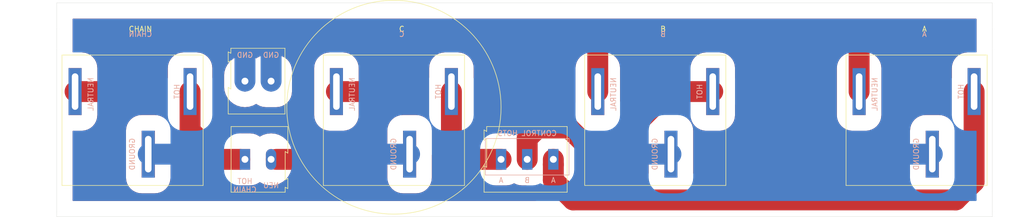
<source format=kicad_pcb>
(kicad_pcb (version 20171130) (host pcbnew 5.1.4)

  (general
    (thickness 1.6)
    (drawings 27)
    (tracks 30)
    (zones 0)
    (modules 7)
    (nets 1)
  )

  (page A4)
  (layers
    (0 F.Cu signal)
    (31 B.Cu signal)
    (32 B.Adhes user)
    (33 F.Adhes user)
    (34 B.Paste user)
    (35 F.Paste user)
    (36 B.SilkS user)
    (37 F.SilkS user)
    (38 B.Mask user)
    (39 F.Mask user)
    (40 Dwgs.User user)
    (41 Cmts.User user)
    (42 Eco1.User user)
    (43 Eco2.User user)
    (44 Edge.Cuts user)
    (45 Margin user)
    (46 B.CrtYd user)
    (47 F.CrtYd user)
    (48 B.Fab user)
    (49 F.Fab user)
  )

  (setup
    (last_trace_width 4)
    (user_trace_width 3)
    (user_trace_width 4)
    (trace_clearance 0.2)
    (zone_clearance 3)
    (zone_45_only no)
    (trace_min 0.2)
    (via_size 0.8)
    (via_drill 0.4)
    (via_min_size 0.4)
    (via_min_drill 0.3)
    (uvia_size 0.3)
    (uvia_drill 0.1)
    (uvias_allowed no)
    (uvia_min_size 0.2)
    (uvia_min_drill 0.1)
    (edge_width 0.05)
    (segment_width 0.2)
    (pcb_text_width 0.3)
    (pcb_text_size 1.5 1.5)
    (mod_edge_width 0.12)
    (mod_text_size 1 1)
    (mod_text_width 0.15)
    (pad_size 1.98 3.96)
    (pad_drill 1.32)
    (pad_to_mask_clearance 0.051)
    (solder_mask_min_width 0.25)
    (aux_axis_origin 0 0)
    (visible_elements FFFFFF7F)
    (pcbplotparams
      (layerselection 0x010fc_ffffffff)
      (usegerberextensions false)
      (usegerberattributes false)
      (usegerberadvancedattributes false)
      (creategerberjobfile false)
      (excludeedgelayer true)
      (linewidth 0.100000)
      (plotframeref false)
      (viasonmask false)
      (mode 1)
      (useauxorigin false)
      (hpglpennumber 1)
      (hpglpenspeed 20)
      (hpglpendiameter 15.000000)
      (psnegative false)
      (psa4output false)
      (plotreference true)
      (plotvalue true)
      (plotinvisibletext false)
      (padsonsilk false)
      (subtractmaskfromsilk false)
      (outputformat 1)
      (mirror false)
      (drillshape 0)
      (scaleselection 1)
      (outputdirectory "plot/"))
  )

  (net 0 "")

  (net_class Default "This is the default net class."
    (clearance 0.2)
    (trace_width 0.25)
    (via_dia 0.8)
    (via_drill 0.4)
    (uvia_dia 0.3)
    (uvia_drill 0.1)
  )

  (module TerminalBlock:TerminalBlock_Altech_AK300-2_P5.00mm (layer F.Cu) (tedit 5DCCABBE) (tstamp 5DCCC6BB)
    (at 110 85 180)
    (descr "Altech AK300 terminal block, pitch 5.0mm, 45 degree angled, see http://www.mouser.com/ds/2/16/PCBMETRC-24178.pdf")
    (tags "Altech AK300 terminal block pitch 5.0mm")
    (fp_text reference REF** (at -1.92 -6.99) (layer F.SilkS) hide
      (effects (font (size 1 1) (thickness 0.15)))
    )
    (fp_text value TerminalBlock_Altech_AK300-2_P5.00mm (at 2.78 7.75) (layer F.Fab)
      (effects (font (size 1 1) (thickness 0.15)))
    )
    (fp_arc (start -1.13 -4.65) (end -1.42 -4.13) (angle 104.2) (layer F.Fab) (width 0.1))
    (fp_arc (start -0.01 -3.71) (end -1.62 -5) (angle 100) (layer F.Fab) (width 0.1))
    (fp_arc (start 0.06 -6.07) (end 1.53 -4.12) (angle 75.5) (layer F.Fab) (width 0.1))
    (fp_arc (start 1.03 -4.59) (end 1.53 -5.05) (angle 90.5) (layer F.Fab) (width 0.1))
    (fp_arc (start 3.87 -4.65) (end 3.58 -4.13) (angle 104.2) (layer F.Fab) (width 0.1))
    (fp_arc (start 4.99 -3.71) (end 3.39 -5) (angle 100) (layer F.Fab) (width 0.1))
    (fp_arc (start 5.07 -6.07) (end 6.53 -4.12) (angle 75.5) (layer F.Fab) (width 0.1))
    (fp_arc (start 6.03 -4.59) (end 6.54 -5.05) (angle 90.5) (layer F.Fab) (width 0.1))
    (fp_line (start 8.36 6.47) (end -2.83 6.47) (layer F.CrtYd) (width 0.05))
    (fp_line (start 8.36 6.47) (end 8.36 -6.47) (layer F.CrtYd) (width 0.05))
    (fp_line (start -2.83 -6.47) (end -2.83 6.47) (layer F.CrtYd) (width 0.05))
    (fp_line (start -2.83 -6.47) (end 8.36 -6.47) (layer F.CrtYd) (width 0.05))
    (fp_line (start 3.36 -0.25) (end 6.67 -0.25) (layer F.Fab) (width 0.1))
    (fp_line (start 2.98 -0.25) (end 3.36 -0.25) (layer F.Fab) (width 0.1))
    (fp_line (start 7.05 -0.25) (end 6.67 -0.25) (layer F.Fab) (width 0.1))
    (fp_line (start 6.67 -0.64) (end 3.36 -0.64) (layer F.Fab) (width 0.1))
    (fp_line (start 7.61 -0.64) (end 6.67 -0.64) (layer F.Fab) (width 0.1))
    (fp_line (start 1.66 -0.64) (end 3.36 -0.64) (layer F.Fab) (width 0.1))
    (fp_line (start -1.64 -0.64) (end 1.66 -0.64) (layer F.Fab) (width 0.1))
    (fp_line (start -2.58 -0.64) (end -1.64 -0.64) (layer F.Fab) (width 0.1))
    (fp_line (start 1.66 -0.25) (end -1.64 -0.25) (layer F.Fab) (width 0.1))
    (fp_line (start 2.04 -0.25) (end 1.66 -0.25) (layer F.Fab) (width 0.1))
    (fp_line (start -2.02 -0.25) (end -1.64 -0.25) (layer F.Fab) (width 0.1))
    (fp_line (start -1.49 -4.32) (end 1.56 -4.95) (layer F.Fab) (width 0.1))
    (fp_line (start -1.62 -4.45) (end 1.44 -5.08) (layer F.Fab) (width 0.1))
    (fp_line (start 3.52 -4.32) (end 6.56 -4.95) (layer F.Fab) (width 0.1))
    (fp_line (start 3.39 -4.45) (end 6.44 -5.08) (layer F.Fab) (width 0.1))
    (fp_line (start 2.04 -5.97) (end -2.02 -5.97) (layer F.Fab) (width 0.1))
    (fp_line (start -2.02 -3.43) (end -2.02 -5.97) (layer F.Fab) (width 0.1))
    (fp_line (start 2.04 -3.43) (end -2.02 -3.43) (layer F.Fab) (width 0.1))
    (fp_line (start 2.04 -3.43) (end 2.04 -5.97) (layer F.Fab) (width 0.1))
    (fp_line (start 7.05 -3.43) (end 2.98 -3.43) (layer F.Fab) (width 0.1))
    (fp_line (start 7.05 -5.97) (end 7.05 -3.43) (layer F.Fab) (width 0.1))
    (fp_line (start 2.98 -5.97) (end 7.05 -5.97) (layer F.Fab) (width 0.1))
    (fp_line (start 2.98 -3.43) (end 2.98 -5.97) (layer F.Fab) (width 0.1))
    (fp_line (start 7.61 -3.17) (end 7.61 -1.65) (layer F.Fab) (width 0.1))
    (fp_line (start -2.58 -3.17) (end -2.58 -6.22) (layer F.Fab) (width 0.1))
    (fp_line (start -2.58 -3.17) (end 7.61 -3.17) (layer F.Fab) (width 0.1))
    (fp_line (start 7.61 -0.64) (end 7.61 4.06) (layer F.Fab) (width 0.1))
    (fp_line (start 7.61 -1.65) (end 7.61 -0.64) (layer F.Fab) (width 0.1))
    (fp_line (start -2.58 -0.64) (end -2.58 -3.17) (layer F.Fab) (width 0.1))
    (fp_line (start -2.58 6.22) (end -2.58 -0.64) (layer F.Fab) (width 0.1))
    (fp_line (start 6.67 0.51) (end 6.28 0.51) (layer F.Fab) (width 0.1))
    (fp_line (start 3.36 0.51) (end 3.74 0.51) (layer F.Fab) (width 0.1))
    (fp_line (start 1.66 0.51) (end 1.28 0.51) (layer F.Fab) (width 0.1))
    (fp_line (start -1.64 0.51) (end -1.26 0.51) (layer F.Fab) (width 0.1))
    (fp_line (start -1.64 3.68) (end -1.64 0.51) (layer F.Fab) (width 0.1))
    (fp_line (start 1.66 3.68) (end -1.64 3.68) (layer F.Fab) (width 0.1))
    (fp_line (start 1.66 3.68) (end 1.66 0.51) (layer F.Fab) (width 0.1))
    (fp_line (start 3.36 3.68) (end 3.36 0.51) (layer F.Fab) (width 0.1))
    (fp_line (start 6.67 3.68) (end 3.36 3.68) (layer F.Fab) (width 0.1))
    (fp_line (start 6.67 3.68) (end 6.67 0.51) (layer F.Fab) (width 0.1))
    (fp_line (start -2.02 4.32) (end -2.02 6.22) (layer F.Fab) (width 0.1))
    (fp_line (start 2.04 4.32) (end 2.04 -0.25) (layer F.Fab) (width 0.1))
    (fp_line (start 2.04 4.32) (end -2.02 4.32) (layer F.Fab) (width 0.1))
    (fp_line (start 7.05 4.32) (end 7.05 6.22) (layer F.Fab) (width 0.1))
    (fp_line (start 2.98 4.32) (end 2.98 -0.25) (layer F.Fab) (width 0.1))
    (fp_line (start 2.98 4.32) (end 7.05 4.32) (layer F.Fab) (width 0.1))
    (fp_line (start -2.02 6.22) (end 2.04 6.22) (layer F.Fab) (width 0.1))
    (fp_line (start -2.58 6.22) (end -2.02 6.22) (layer F.Fab) (width 0.1))
    (fp_line (start -2.02 -0.25) (end -2.02 4.32) (layer F.Fab) (width 0.1))
    (fp_line (start 2.04 6.22) (end 2.98 6.22) (layer F.Fab) (width 0.1))
    (fp_line (start 2.04 6.22) (end 2.04 4.32) (layer F.Fab) (width 0.1))
    (fp_line (start 7.05 6.22) (end 7.61 6.22) (layer F.Fab) (width 0.1))
    (fp_line (start 2.98 6.22) (end 7.05 6.22) (layer F.Fab) (width 0.1))
    (fp_line (start 7.05 -0.25) (end 7.05 4.32) (layer F.Fab) (width 0.1))
    (fp_line (start 2.98 6.22) (end 2.98 4.32) (layer F.Fab) (width 0.1))
    (fp_line (start 8.11 3.81) (end 8.11 5.46) (layer F.Fab) (width 0.1))
    (fp_line (start 7.61 4.06) (end 7.61 5.21) (layer F.Fab) (width 0.1))
    (fp_line (start 8.11 3.81) (end 7.61 4.06) (layer F.Fab) (width 0.1))
    (fp_line (start 7.61 5.21) (end 7.61 6.22) (layer F.Fab) (width 0.1))
    (fp_line (start 8.11 5.46) (end 7.61 5.21) (layer F.Fab) (width 0.1))
    (fp_line (start 8.11 -1.4) (end 7.61 -1.65) (layer F.Fab) (width 0.1))
    (fp_line (start 8.11 -6.22) (end 8.11 -1.4) (layer F.Fab) (width 0.1))
    (fp_line (start 7.61 -6.22) (end 8.11 -6.22) (layer F.Fab) (width 0.1))
    (fp_line (start 7.61 -6.22) (end -2.58 -6.22) (layer F.Fab) (width 0.1))
    (fp_line (start 7.61 -6.22) (end 7.61 -3.17) (layer F.Fab) (width 0.1))
    (fp_line (start 3.74 2.54) (end 3.74 -0.25) (layer F.Fab) (width 0.1))
    (fp_line (start 3.74 -0.25) (end 6.28 -0.25) (layer F.Fab) (width 0.1))
    (fp_line (start 6.28 2.54) (end 6.28 -0.25) (layer F.Fab) (width 0.1))
    (fp_line (start 3.74 2.54) (end 6.28 2.54) (layer F.Fab) (width 0.1))
    (fp_line (start -1.26 2.54) (end -1.26 -0.25) (layer F.Fab) (width 0.1))
    (fp_line (start -1.26 -0.25) (end 1.28 -0.25) (layer F.Fab) (width 0.1))
    (fp_line (start 1.28 2.54) (end 1.28 -0.25) (layer F.Fab) (width 0.1))
    (fp_line (start -1.26 2.54) (end 1.28 2.54) (layer F.Fab) (width 0.1))
    (fp_line (start 8.2 -6.3) (end -2.65 -6.3) (layer F.SilkS) (width 0.12))
    (fp_line (start 8.2 -1.2) (end 8.2 -6.3) (layer F.SilkS) (width 0.12))
    (fp_line (start 7.7 -1.5) (end 8.2 -1.2) (layer F.SilkS) (width 0.12))
    (fp_line (start 7.7 3.9) (end 7.7 -1.5) (layer F.SilkS) (width 0.12))
    (fp_line (start 8.2 3.65) (end 7.7 3.9) (layer F.SilkS) (width 0.12))
    (fp_line (start 8.2 3.7) (end 8.2 3.65) (layer F.SilkS) (width 0.12))
    (fp_line (start 8.2 5.6) (end 8.2 3.7) (layer F.SilkS) (width 0.12))
    (fp_line (start 7.7 5.35) (end 8.2 5.6) (layer F.SilkS) (width 0.12))
    (fp_line (start 7.7 6.3) (end 7.7 5.35) (layer F.SilkS) (width 0.12))
    (fp_line (start -2.65 6.3) (end 7.7 6.3) (layer F.SilkS) (width 0.12))
    (fp_line (start -2.65 -6.3) (end -2.65 6.3) (layer F.SilkS) (width 0.12))
    (fp_text user %R (at 2.5 -2) (layer F.Fab)
      (effects (font (size 1 1) (thickness 0.15)))
    )
    (pad 2 thru_hole oval (at 5 0 180) (size 1.98 3.96) (drill 1.32) (layers *.Cu *.Mask))
    (pad 1 thru_hole oval (at 0 0 180) (size 1.98 3.96) (drill 1.32) (layers *.Cu *.Mask))
    (model ${KISYS3DMOD}/TerminalBlock.3dshapes/TerminalBlock_Altech_AK300-2_P5.00mm.wrl
      (at (xyz 0 0 0))
      (scale (xyz 1 1 1))
      (rotate (xyz 0 0 0))
    )
  )

  (module TerminalBlock:TerminalBlock_Altech_AK300-2_P5.00mm (layer F.Cu) (tedit 59FF0306) (tstamp 5DCCC588)
    (at 105 100)
    (descr "Altech AK300 terminal block, pitch 5.0mm, 45 degree angled, see http://www.mouser.com/ds/2/16/PCBMETRC-24178.pdf")
    (tags "Altech AK300 terminal block pitch 5.0mm")
    (fp_text reference REF** (at -1.92 -6.99) (layer F.SilkS) hide
      (effects (font (size 1 1) (thickness 0.15)))
    )
    (fp_text value TerminalBlock_Altech_AK300-2_P5.00mm (at 2.78 7.75) (layer F.Fab)
      (effects (font (size 1 1) (thickness 0.15)))
    )
    (fp_arc (start -1.13 -4.65) (end -1.42 -4.13) (angle 104.2) (layer F.Fab) (width 0.1))
    (fp_arc (start -0.01 -3.71) (end -1.62 -5) (angle 100) (layer F.Fab) (width 0.1))
    (fp_arc (start 0.06 -6.07) (end 1.53 -4.12) (angle 75.5) (layer F.Fab) (width 0.1))
    (fp_arc (start 1.03 -4.59) (end 1.53 -5.05) (angle 90.5) (layer F.Fab) (width 0.1))
    (fp_arc (start 3.87 -4.65) (end 3.58 -4.13) (angle 104.2) (layer F.Fab) (width 0.1))
    (fp_arc (start 4.99 -3.71) (end 3.39 -5) (angle 100) (layer F.Fab) (width 0.1))
    (fp_arc (start 5.07 -6.07) (end 6.53 -4.12) (angle 75.5) (layer F.Fab) (width 0.1))
    (fp_arc (start 6.03 -4.59) (end 6.54 -5.05) (angle 90.5) (layer F.Fab) (width 0.1))
    (fp_line (start 8.36 6.47) (end -2.83 6.47) (layer F.CrtYd) (width 0.05))
    (fp_line (start 8.36 6.47) (end 8.36 -6.47) (layer F.CrtYd) (width 0.05))
    (fp_line (start -2.83 -6.47) (end -2.83 6.47) (layer F.CrtYd) (width 0.05))
    (fp_line (start -2.83 -6.47) (end 8.36 -6.47) (layer F.CrtYd) (width 0.05))
    (fp_line (start 3.36 -0.25) (end 6.67 -0.25) (layer F.Fab) (width 0.1))
    (fp_line (start 2.98 -0.25) (end 3.36 -0.25) (layer F.Fab) (width 0.1))
    (fp_line (start 7.05 -0.25) (end 6.67 -0.25) (layer F.Fab) (width 0.1))
    (fp_line (start 6.67 -0.64) (end 3.36 -0.64) (layer F.Fab) (width 0.1))
    (fp_line (start 7.61 -0.64) (end 6.67 -0.64) (layer F.Fab) (width 0.1))
    (fp_line (start 1.66 -0.64) (end 3.36 -0.64) (layer F.Fab) (width 0.1))
    (fp_line (start -1.64 -0.64) (end 1.66 -0.64) (layer F.Fab) (width 0.1))
    (fp_line (start -2.58 -0.64) (end -1.64 -0.64) (layer F.Fab) (width 0.1))
    (fp_line (start 1.66 -0.25) (end -1.64 -0.25) (layer F.Fab) (width 0.1))
    (fp_line (start 2.04 -0.25) (end 1.66 -0.25) (layer F.Fab) (width 0.1))
    (fp_line (start -2.02 -0.25) (end -1.64 -0.25) (layer F.Fab) (width 0.1))
    (fp_line (start -1.49 -4.32) (end 1.56 -4.95) (layer F.Fab) (width 0.1))
    (fp_line (start -1.62 -4.45) (end 1.44 -5.08) (layer F.Fab) (width 0.1))
    (fp_line (start 3.52 -4.32) (end 6.56 -4.95) (layer F.Fab) (width 0.1))
    (fp_line (start 3.39 -4.45) (end 6.44 -5.08) (layer F.Fab) (width 0.1))
    (fp_line (start 2.04 -5.97) (end -2.02 -5.97) (layer F.Fab) (width 0.1))
    (fp_line (start -2.02 -3.43) (end -2.02 -5.97) (layer F.Fab) (width 0.1))
    (fp_line (start 2.04 -3.43) (end -2.02 -3.43) (layer F.Fab) (width 0.1))
    (fp_line (start 2.04 -3.43) (end 2.04 -5.97) (layer F.Fab) (width 0.1))
    (fp_line (start 7.05 -3.43) (end 2.98 -3.43) (layer F.Fab) (width 0.1))
    (fp_line (start 7.05 -5.97) (end 7.05 -3.43) (layer F.Fab) (width 0.1))
    (fp_line (start 2.98 -5.97) (end 7.05 -5.97) (layer F.Fab) (width 0.1))
    (fp_line (start 2.98 -3.43) (end 2.98 -5.97) (layer F.Fab) (width 0.1))
    (fp_line (start 7.61 -3.17) (end 7.61 -1.65) (layer F.Fab) (width 0.1))
    (fp_line (start -2.58 -3.17) (end -2.58 -6.22) (layer F.Fab) (width 0.1))
    (fp_line (start -2.58 -3.17) (end 7.61 -3.17) (layer F.Fab) (width 0.1))
    (fp_line (start 7.61 -0.64) (end 7.61 4.06) (layer F.Fab) (width 0.1))
    (fp_line (start 7.61 -1.65) (end 7.61 -0.64) (layer F.Fab) (width 0.1))
    (fp_line (start -2.58 -0.64) (end -2.58 -3.17) (layer F.Fab) (width 0.1))
    (fp_line (start -2.58 6.22) (end -2.58 -0.64) (layer F.Fab) (width 0.1))
    (fp_line (start 6.67 0.51) (end 6.28 0.51) (layer F.Fab) (width 0.1))
    (fp_line (start 3.36 0.51) (end 3.74 0.51) (layer F.Fab) (width 0.1))
    (fp_line (start 1.66 0.51) (end 1.28 0.51) (layer F.Fab) (width 0.1))
    (fp_line (start -1.64 0.51) (end -1.26 0.51) (layer F.Fab) (width 0.1))
    (fp_line (start -1.64 3.68) (end -1.64 0.51) (layer F.Fab) (width 0.1))
    (fp_line (start 1.66 3.68) (end -1.64 3.68) (layer F.Fab) (width 0.1))
    (fp_line (start 1.66 3.68) (end 1.66 0.51) (layer F.Fab) (width 0.1))
    (fp_line (start 3.36 3.68) (end 3.36 0.51) (layer F.Fab) (width 0.1))
    (fp_line (start 6.67 3.68) (end 3.36 3.68) (layer F.Fab) (width 0.1))
    (fp_line (start 6.67 3.68) (end 6.67 0.51) (layer F.Fab) (width 0.1))
    (fp_line (start -2.02 4.32) (end -2.02 6.22) (layer F.Fab) (width 0.1))
    (fp_line (start 2.04 4.32) (end 2.04 -0.25) (layer F.Fab) (width 0.1))
    (fp_line (start 2.04 4.32) (end -2.02 4.32) (layer F.Fab) (width 0.1))
    (fp_line (start 7.05 4.32) (end 7.05 6.22) (layer F.Fab) (width 0.1))
    (fp_line (start 2.98 4.32) (end 2.98 -0.25) (layer F.Fab) (width 0.1))
    (fp_line (start 2.98 4.32) (end 7.05 4.32) (layer F.Fab) (width 0.1))
    (fp_line (start -2.02 6.22) (end 2.04 6.22) (layer F.Fab) (width 0.1))
    (fp_line (start -2.58 6.22) (end -2.02 6.22) (layer F.Fab) (width 0.1))
    (fp_line (start -2.02 -0.25) (end -2.02 4.32) (layer F.Fab) (width 0.1))
    (fp_line (start 2.04 6.22) (end 2.98 6.22) (layer F.Fab) (width 0.1))
    (fp_line (start 2.04 6.22) (end 2.04 4.32) (layer F.Fab) (width 0.1))
    (fp_line (start 7.05 6.22) (end 7.61 6.22) (layer F.Fab) (width 0.1))
    (fp_line (start 2.98 6.22) (end 7.05 6.22) (layer F.Fab) (width 0.1))
    (fp_line (start 7.05 -0.25) (end 7.05 4.32) (layer F.Fab) (width 0.1))
    (fp_line (start 2.98 6.22) (end 2.98 4.32) (layer F.Fab) (width 0.1))
    (fp_line (start 8.11 3.81) (end 8.11 5.46) (layer F.Fab) (width 0.1))
    (fp_line (start 7.61 4.06) (end 7.61 5.21) (layer F.Fab) (width 0.1))
    (fp_line (start 8.11 3.81) (end 7.61 4.06) (layer F.Fab) (width 0.1))
    (fp_line (start 7.61 5.21) (end 7.61 6.22) (layer F.Fab) (width 0.1))
    (fp_line (start 8.11 5.46) (end 7.61 5.21) (layer F.Fab) (width 0.1))
    (fp_line (start 8.11 -1.4) (end 7.61 -1.65) (layer F.Fab) (width 0.1))
    (fp_line (start 8.11 -6.22) (end 8.11 -1.4) (layer F.Fab) (width 0.1))
    (fp_line (start 7.61 -6.22) (end 8.11 -6.22) (layer F.Fab) (width 0.1))
    (fp_line (start 7.61 -6.22) (end -2.58 -6.22) (layer F.Fab) (width 0.1))
    (fp_line (start 7.61 -6.22) (end 7.61 -3.17) (layer F.Fab) (width 0.1))
    (fp_line (start 3.74 2.54) (end 3.74 -0.25) (layer F.Fab) (width 0.1))
    (fp_line (start 3.74 -0.25) (end 6.28 -0.25) (layer F.Fab) (width 0.1))
    (fp_line (start 6.28 2.54) (end 6.28 -0.25) (layer F.Fab) (width 0.1))
    (fp_line (start 3.74 2.54) (end 6.28 2.54) (layer F.Fab) (width 0.1))
    (fp_line (start -1.26 2.54) (end -1.26 -0.25) (layer F.Fab) (width 0.1))
    (fp_line (start -1.26 -0.25) (end 1.28 -0.25) (layer F.Fab) (width 0.1))
    (fp_line (start 1.28 2.54) (end 1.28 -0.25) (layer F.Fab) (width 0.1))
    (fp_line (start -1.26 2.54) (end 1.28 2.54) (layer F.Fab) (width 0.1))
    (fp_line (start 8.2 -6.3) (end -2.65 -6.3) (layer F.SilkS) (width 0.12))
    (fp_line (start 8.2 -1.2) (end 8.2 -6.3) (layer F.SilkS) (width 0.12))
    (fp_line (start 7.7 -1.5) (end 8.2 -1.2) (layer F.SilkS) (width 0.12))
    (fp_line (start 7.7 3.9) (end 7.7 -1.5) (layer F.SilkS) (width 0.12))
    (fp_line (start 8.2 3.65) (end 7.7 3.9) (layer F.SilkS) (width 0.12))
    (fp_line (start 8.2 3.7) (end 8.2 3.65) (layer F.SilkS) (width 0.12))
    (fp_line (start 8.2 5.6) (end 8.2 3.7) (layer F.SilkS) (width 0.12))
    (fp_line (start 7.7 5.35) (end 8.2 5.6) (layer F.SilkS) (width 0.12))
    (fp_line (start 7.7 6.3) (end 7.7 5.35) (layer F.SilkS) (width 0.12))
    (fp_line (start -2.65 6.3) (end 7.7 6.3) (layer F.SilkS) (width 0.12))
    (fp_line (start -2.65 -6.3) (end -2.65 6.3) (layer F.SilkS) (width 0.12))
    (fp_text user %R (at 2.5 -2) (layer F.Fab)
      (effects (font (size 1 1) (thickness 0.15)))
    )
    (pad 2 thru_hole oval (at 5 0) (size 1.98 3.96) (drill 1.32) (layers *.Cu *.Mask))
    (pad 1 thru_hole rect (at 0 0) (size 1.98 3.96) (drill 1.32) (layers *.Cu *.Mask))
    (model ${KISYS3DMOD}/TerminalBlock.3dshapes/TerminalBlock_Altech_AK300-2_P5.00mm.wrl
      (at (xyz 0 0 0))
      (scale (xyz 1 1 1))
      (rotate (xyz 0 0 0))
    )
  )

  (module "Poofer Control:PUQI-E314072-5-15R-Outlet" (layer F.Cu) (tedit 5DC840E0) (tstamp 5DC87C26)
    (at 170 80)
    (fp_text reference B (at 15 -5) (layer F.SilkS)
      (effects (font (size 1 1) (thickness 0.15)))
    )
    (fp_text value PUQI-E314072-5-15R-Outlet (at 0 -0.5) (layer F.Fab)
      (effects (font (size 1 1) (thickness 0.15)))
    )
    (fp_text user GROUND (at 13.43 19 90) (layer B.SilkS)
      (effects (font (size 1 1) (thickness 0.15)) (justify mirror))
    )
    (fp_text user HOT (at 22 7 90) (layer B.SilkS)
      (effects (font (size 1 1) (thickness 0.15)) (justify mirror))
    )
    (fp_text user NEUTRAL (at 5.5 7.5 90) (layer B.SilkS)
      (effects (font (size 1 1) (thickness 0.15)) (justify mirror))
    )
    (fp_circle (center 13.5 10) (end 34 10) (layer Dwgs.User) (width 0.12))
    (fp_line (start 0 25) (end 0 0) (layer F.SilkS) (width 0.12))
    (fp_line (start 27 25) (end 0 25) (layer F.SilkS) (width 0.12))
    (fp_line (start 27 0) (end 27 25) (layer F.SilkS) (width 0.12))
    (fp_line (start 0 0) (end 27 0) (layer F.SilkS) (width 0.12))
    (pad 1 thru_hole rect (at 16.5 19) (size 2.5 9) (drill oval 1.25 7) (layers *.Cu *.Mask))
    (pad 1 thru_hole rect (at 2.5 7) (size 2.5 9) (drill oval 1.25 7) (layers *.Cu *.Mask))
    (pad 1 thru_hole rect (at 24.5 7) (size 2.5 9) (drill oval 1.25 7) (layers *.Cu *.Mask))
  )

  (module "Poofer Control:PUQI-E314072-5-15R-Outlet" (layer F.Cu) (tedit 5DC840BB) (tstamp 5DC87CF4)
    (at 220 80)
    (fp_text reference A (at 15 -5) (layer F.SilkS)
      (effects (font (size 1 1) (thickness 0.15)))
    )
    (fp_text value PUQI-E314072-5-15R-Outlet (at 0 -0.5) (layer F.Fab)
      (effects (font (size 1 1) (thickness 0.15)))
    )
    (fp_text user GROUND (at 13.43 19 90) (layer B.SilkS)
      (effects (font (size 1 1) (thickness 0.15)) (justify mirror))
    )
    (fp_text user HOT (at 22 7 90) (layer B.SilkS)
      (effects (font (size 1 1) (thickness 0.15)) (justify mirror))
    )
    (fp_text user NEUTRAL (at 5.5 7.5 90) (layer B.SilkS)
      (effects (font (size 1 1) (thickness 0.15)) (justify mirror))
    )
    (fp_circle (center 13.5 10) (end 34 10) (layer Dwgs.User) (width 0.12))
    (fp_line (start 0 25) (end 0 0) (layer F.SilkS) (width 0.12))
    (fp_line (start 27 25) (end 0 25) (layer F.SilkS) (width 0.12))
    (fp_line (start 27 0) (end 27 25) (layer F.SilkS) (width 0.12))
    (fp_line (start 0 0) (end 27 0) (layer F.SilkS) (width 0.12))
    (pad 1 thru_hole rect (at 16.5 19) (size 2.5 9) (drill oval 1.25 7) (layers *.Cu *.Mask))
    (pad 1 thru_hole rect (at 2.5 7) (size 2.5 9) (drill oval 1.25 7) (layers *.Cu *.Mask))
    (pad 1 thru_hole rect (at 24.5 7) (size 2.5 9) (drill oval 1.25 7) (layers *.Cu *.Mask))
  )

  (module "Poofer Control:PUQI-E314072-5-15R-Outlet" (layer F.Cu) (tedit 5DC84029) (tstamp 5DC87BF9)
    (at 70 80)
    (fp_text reference CHAIN (at 15 -5) (layer F.SilkS)
      (effects (font (size 1 1) (thickness 0.15)))
    )
    (fp_text value PUQI-E314072-5-15R-Outlet (at 0 -0.5) (layer F.Fab)
      (effects (font (size 1 1) (thickness 0.15)))
    )
    (fp_line (start 0 0) (end 27 0) (layer F.SilkS) (width 0.12))
    (fp_line (start 27 0) (end 27 25) (layer F.SilkS) (width 0.12))
    (fp_line (start 27 25) (end 0 25) (layer F.SilkS) (width 0.12))
    (fp_line (start 0 25) (end 0 0) (layer F.SilkS) (width 0.12))
    (fp_circle (center 13.5 10) (end 34 10) (layer Dwgs.User) (width 0.12))
    (fp_text user NEUTRAL (at 5.5 7.5 90) (layer B.SilkS)
      (effects (font (size 1 1) (thickness 0.15)) (justify mirror))
    )
    (fp_text user HOT (at 22 7 90) (layer B.SilkS)
      (effects (font (size 1 1) (thickness 0.15)) (justify mirror))
    )
    (fp_text user GROUND (at 13.43 19 90) (layer B.SilkS)
      (effects (font (size 1 1) (thickness 0.15)) (justify mirror))
    )
    (pad 1 thru_hole rect (at 24.5 7) (size 2.5 9) (drill oval 1.25 7) (layers *.Cu *.Mask))
    (pad 1 thru_hole rect (at 2.5 7) (size 2.5 9) (drill oval 1.25 7) (layers *.Cu *.Mask))
    (pad 1 thru_hole rect (at 16.5 19) (size 2.5 9) (drill oval 1.25 7) (layers *.Cu *.Mask))
  )

  (module TerminalBlock:TerminalBlock_Altech_AK300-3_P5.00mm (layer F.Cu) (tedit 5DC82C5D) (tstamp 5DC8A3F7)
    (at 164 100 180)
    (descr "Altech AK300 terminal block, pitch 5.0mm, 45 degree angled, see http://www.mouser.com/ds/2/16/PCBMETRC-24178.pdf")
    (tags "Altech AK300 terminal block pitch 5.0mm")
    (fp_text reference "CONTROL HOTS" (at 5 -7.1) (layer B.SilkS) hide
      (effects (font (size 1 1) (thickness 0.15)) (justify mirror))
    )
    (fp_text value TerminalBlock_Altech_AK300-3_P5.00mm (at 4.95 7.3) (layer F.Fab)
      (effects (font (size 1 1) (thickness 0.15)))
    )
    (fp_arc (start -1.16 -4.66) (end -1.44 -4.14) (angle 104.2) (layer F.Fab) (width 0.1))
    (fp_arc (start -0.04 -3.72) (end -1.64 -5.01) (angle 100) (layer F.Fab) (width 0.1))
    (fp_arc (start 0.04 -6.08) (end 1.5 -4.13) (angle 75.5) (layer F.Fab) (width 0.1))
    (fp_arc (start 1 -4.6) (end 1.51 -5.06) (angle 90.5) (layer F.Fab) (width 0.1))
    (fp_arc (start 3.85 -4.66) (end 3.56 -4.14) (angle 104.2) (layer F.Fab) (width 0.1))
    (fp_arc (start 4.96 -3.72) (end 3.36 -5.01) (angle 100) (layer F.Fab) (width 0.1))
    (fp_arc (start 5.04 -6.08) (end 6.5 -4.13) (angle 75.5) (layer F.Fab) (width 0.1))
    (fp_arc (start 6.01 -4.6) (end 6.51 -5.06) (angle 90.5) (layer F.Fab) (width 0.1))
    (fp_arc (start 11.09 -4.6) (end 11.59 -5.06) (angle 90.5) (layer F.Fab) (width 0.1))
    (fp_arc (start 10.12 -6.08) (end 11.58 -4.13) (angle 75.5) (layer F.Fab) (width 0.1))
    (fp_arc (start 10.04 -3.72) (end 8.44 -5.01) (angle 100) (layer F.Fab) (width 0.1))
    (fp_arc (start 8.93 -4.66) (end 8.64 -4.14) (angle 104.2) (layer F.Fab) (width 0.1))
    (fp_line (start 13.42 6.46) (end -2.83 6.46) (layer F.CrtYd) (width 0.05))
    (fp_line (start 13.42 6.46) (end 13.42 -6.48) (layer F.CrtYd) (width 0.05))
    (fp_line (start -2.83 -6.48) (end -2.83 6.46) (layer F.CrtYd) (width 0.05))
    (fp_line (start -2.83 -6.48) (end 13.42 -6.48) (layer F.CrtYd) (width 0.05))
    (fp_line (start 3.34 -0.26) (end 6.64 -0.26) (layer F.Fab) (width 0.1))
    (fp_line (start 2.96 -0.26) (end 3.34 -0.26) (layer F.Fab) (width 0.1))
    (fp_line (start 7.02 -0.26) (end 6.64 -0.26) (layer F.Fab) (width 0.1))
    (fp_line (start 1.64 -0.26) (end -1.67 -0.26) (layer F.Fab) (width 0.1))
    (fp_line (start 2.02 -0.26) (end 1.64 -0.26) (layer F.Fab) (width 0.1))
    (fp_line (start -2.05 -0.26) (end -1.67 -0.26) (layer F.Fab) (width 0.1))
    (fp_line (start -1.51 -4.33) (end 1.53 -4.96) (layer F.Fab) (width 0.1))
    (fp_line (start -1.64 -4.46) (end 1.41 -5.09) (layer F.Fab) (width 0.1))
    (fp_line (start 3.49 -4.33) (end 6.54 -4.96) (layer F.Fab) (width 0.1))
    (fp_line (start 3.36 -4.46) (end 6.41 -5.09) (layer F.Fab) (width 0.1))
    (fp_line (start 2.02 -5.98) (end -2.05 -5.98) (layer F.Fab) (width 0.1))
    (fp_line (start -2.05 -3.44) (end -2.05 -5.98) (layer F.Fab) (width 0.1))
    (fp_line (start 2.02 -3.44) (end -2.05 -3.44) (layer F.Fab) (width 0.1))
    (fp_line (start 2.02 -3.44) (end 2.02 -5.98) (layer F.Fab) (width 0.1))
    (fp_line (start 7.02 -3.44) (end 2.96 -3.44) (layer F.Fab) (width 0.1))
    (fp_line (start 7.02 -5.98) (end 7.02 -3.44) (layer F.Fab) (width 0.1))
    (fp_line (start 2.96 -5.98) (end 7.02 -5.98) (layer F.Fab) (width 0.1))
    (fp_line (start 2.96 -3.44) (end 2.96 -5.98) (layer F.Fab) (width 0.1))
    (fp_line (start -2.58 -3.19) (end -2.58 -6.23) (layer F.Fab) (width 0.1))
    (fp_line (start -2.58 -3.19) (end 7.58 -3.19) (layer F.Fab) (width 0.1))
    (fp_line (start -2.58 -0.65) (end -2.58 -3.19) (layer F.Fab) (width 0.1))
    (fp_line (start -2.58 6.21) (end -2.58 -0.65) (layer F.Fab) (width 0.1))
    (fp_line (start 6.64 0.5) (end 6.26 0.5) (layer F.Fab) (width 0.1))
    (fp_line (start 3.34 0.5) (end 3.72 0.5) (layer F.Fab) (width 0.1))
    (fp_line (start 1.64 0.5) (end 1.26 0.5) (layer F.Fab) (width 0.1))
    (fp_line (start -1.67 0.5) (end -1.28 0.5) (layer F.Fab) (width 0.1))
    (fp_line (start -1.67 3.67) (end -1.67 0.5) (layer F.Fab) (width 0.1))
    (fp_line (start 1.64 3.67) (end -1.67 3.67) (layer F.Fab) (width 0.1))
    (fp_line (start 1.64 3.67) (end 1.64 0.5) (layer F.Fab) (width 0.1))
    (fp_line (start 3.34 3.67) (end 3.34 0.5) (layer F.Fab) (width 0.1))
    (fp_line (start 6.64 3.67) (end 3.34 3.67) (layer F.Fab) (width 0.1))
    (fp_line (start 6.64 3.67) (end 6.64 0.5) (layer F.Fab) (width 0.1))
    (fp_line (start -2.05 4.31) (end -2.05 6.21) (layer F.Fab) (width 0.1))
    (fp_line (start 2.02 4.31) (end 2.02 -0.26) (layer F.Fab) (width 0.1))
    (fp_line (start 2.02 4.31) (end -2.05 4.31) (layer F.Fab) (width 0.1))
    (fp_line (start 7.02 4.31) (end 7.02 6.21) (layer F.Fab) (width 0.1))
    (fp_line (start 2.96 4.31) (end 2.96 -0.26) (layer F.Fab) (width 0.1))
    (fp_line (start 2.96 4.31) (end 7.02 4.31) (layer F.Fab) (width 0.1))
    (fp_line (start -2.05 6.21) (end 2.02 6.21) (layer F.Fab) (width 0.1))
    (fp_line (start -2.58 6.21) (end -2.05 6.21) (layer F.Fab) (width 0.1))
    (fp_line (start -2.05 -0.26) (end -2.05 4.31) (layer F.Fab) (width 0.1))
    (fp_line (start 2.02 6.21) (end 2.96 6.21) (layer F.Fab) (width 0.1))
    (fp_line (start 2.02 6.21) (end 2.02 4.31) (layer F.Fab) (width 0.1))
    (fp_line (start 7.02 6.21) (end 7.58 6.21) (layer F.Fab) (width 0.1))
    (fp_line (start 2.96 6.21) (end 7.02 6.21) (layer F.Fab) (width 0.1))
    (fp_line (start 7.02 -0.26) (end 7.02 4.31) (layer F.Fab) (width 0.1))
    (fp_line (start 2.96 6.21) (end 2.96 4.31) (layer F.Fab) (width 0.1))
    (fp_line (start 8.02 4.05) (end 8.02 5.2) (layer F.Fab) (width 0.1))
    (fp_line (start 8.02 5.2) (end 8.02 6.21) (layer F.Fab) (width 0.1))
    (fp_line (start 3.72 2.53) (end 3.72 -0.26) (layer F.Fab) (width 0.1))
    (fp_line (start 3.72 -0.26) (end 6.26 -0.26) (layer F.Fab) (width 0.1))
    (fp_line (start 6.26 2.53) (end 6.26 -0.26) (layer F.Fab) (width 0.1))
    (fp_line (start 3.72 2.53) (end 6.26 2.53) (layer F.Fab) (width 0.1))
    (fp_line (start -1.28 2.53) (end -1.28 -0.26) (layer F.Fab) (width 0.1))
    (fp_line (start -1.28 -0.26) (end 1.26 -0.26) (layer F.Fab) (width 0.1))
    (fp_line (start 1.26 2.53) (end 1.26 -0.26) (layer F.Fab) (width 0.1))
    (fp_line (start -1.28 2.53) (end 1.26 2.53) (layer F.Fab) (width 0.1))
    (fp_line (start 8.8 2.53) (end 11.34 2.53) (layer F.Fab) (width 0.1))
    (fp_line (start 11.34 2.53) (end 11.34 -0.26) (layer F.Fab) (width 0.1))
    (fp_line (start 8.8 -0.26) (end 11.34 -0.26) (layer F.Fab) (width 0.1))
    (fp_line (start 8.8 2.53) (end 8.8 -0.26) (layer F.Fab) (width 0.1))
    (fp_line (start 12.66 -6.23) (end 12.66 -3.19) (layer F.Fab) (width 0.1))
    (fp_line (start 12.66 -6.23) (end 13.17 -6.23) (layer F.Fab) (width 0.1))
    (fp_line (start 13.17 -6.23) (end 13.17 -1.41) (layer F.Fab) (width 0.1))
    (fp_line (start 13.17 -1.41) (end 12.66 -1.66) (layer F.Fab) (width 0.1))
    (fp_line (start 13.17 5.45) (end 12.66 5.2) (layer F.Fab) (width 0.1))
    (fp_line (start 12.66 5.2) (end 12.66 6.21) (layer F.Fab) (width 0.1))
    (fp_line (start 13.17 3.8) (end 12.66 4.05) (layer F.Fab) (width 0.1))
    (fp_line (start 12.66 4.05) (end 12.66 5.2) (layer F.Fab) (width 0.1))
    (fp_line (start 13.17 3.8) (end 13.17 5.45) (layer F.Fab) (width 0.1))
    (fp_line (start 8.04 6.21) (end 8.04 4.31) (layer F.Fab) (width 0.1))
    (fp_line (start 12.1 -0.26) (end 12.1 4.31) (layer F.Fab) (width 0.1))
    (fp_line (start 12.1 6.21) (end 12.66 6.21) (layer F.Fab) (width 0.1))
    (fp_line (start 8.04 4.31) (end 12.1 4.31) (layer F.Fab) (width 0.1))
    (fp_line (start 12.1 4.31) (end 12.1 6.21) (layer F.Fab) (width 0.1))
    (fp_line (start 11.72 3.67) (end 11.72 0.5) (layer F.Fab) (width 0.1))
    (fp_line (start 11.72 3.67) (end 8.42 3.67) (layer F.Fab) (width 0.1))
    (fp_line (start 8.42 3.67) (end 8.42 0.5) (layer F.Fab) (width 0.1))
    (fp_line (start 8.42 0.5) (end 8.8 0.5) (layer F.Fab) (width 0.1))
    (fp_line (start 11.72 0.5) (end 11.34 0.5) (layer F.Fab) (width 0.1))
    (fp_line (start 12.66 -1.66) (end 12.66 -0.65) (layer F.Fab) (width 0.1))
    (fp_line (start 12.66 -0.65) (end 12.66 4.05) (layer F.Fab) (width 0.1))
    (fp_line (start 12.66 -3.19) (end 12.66 -1.66) (layer F.Fab) (width 0.1))
    (fp_line (start 8.04 -3.44) (end 8.04 -5.98) (layer F.Fab) (width 0.1))
    (fp_line (start 8.04 -5.98) (end 12.1 -5.98) (layer F.Fab) (width 0.1))
    (fp_line (start 12.1 -5.98) (end 12.1 -3.44) (layer F.Fab) (width 0.1))
    (fp_line (start 12.1 -3.44) (end 8.04 -3.44) (layer F.Fab) (width 0.1))
    (fp_line (start 8.44 -4.46) (end 11.49 -5.09) (layer F.Fab) (width 0.1))
    (fp_line (start 8.57 -4.33) (end 11.62 -4.96) (layer F.Fab) (width 0.1))
    (fp_line (start 12.1 -0.26) (end 11.72 -0.26) (layer F.Fab) (width 0.1))
    (fp_line (start 8.04 -0.26) (end 8.42 -0.26) (layer F.Fab) (width 0.1))
    (fp_line (start 8.42 -0.26) (end 11.72 -0.26) (layer F.Fab) (width 0.1))
    (fp_line (start -2.58 -6.23) (end 12.66 -6.23) (layer F.Fab) (width 0.1))
    (fp_line (start 7.58 -3.19) (end 12.6 -3.19) (layer F.Fab) (width 0.1))
    (fp_line (start 12.09 6.21) (end 7.58 6.21) (layer F.Fab) (width 0.1))
    (fp_line (start 8.02 3.99) (end 8.02 -0.26) (layer F.Fab) (width 0.1))
    (fp_line (start 12.66 -0.65) (end -2.52 -0.65) (layer F.Fab) (width 0.1))
    (fp_line (start 13.25 -6.3) (end -2.65 -6.3) (layer F.SilkS) (width 0.12))
    (fp_line (start 13.25 -1.25) (end 13.25 -6.3) (layer F.SilkS) (width 0.12))
    (fp_line (start 12.75 -1.5) (end 13.25 -1.25) (layer F.SilkS) (width 0.12))
    (fp_line (start 12.75 3.9) (end 12.75 -1.5) (layer F.SilkS) (width 0.12))
    (fp_line (start 13.25 3.65) (end 12.75 3.9) (layer F.SilkS) (width 0.12))
    (fp_line (start 13.25 5.65) (end 13.25 3.65) (layer F.SilkS) (width 0.12))
    (fp_line (start 12.75 5.35) (end 13.25 5.65) (layer F.SilkS) (width 0.12))
    (fp_line (start 12.75 6.3) (end 12.75 5.35) (layer F.SilkS) (width 0.12))
    (fp_line (start -2.65 6.3) (end 12.75 6.3) (layer F.SilkS) (width 0.12))
    (fp_line (start -2.65 -6.3) (end -2.65 6.3) (layer F.SilkS) (width 0.12))
    (fp_text user %R (at 5 -2) (layer F.Fab)
      (effects (font (size 1 1) (thickness 0.15)))
    )
    (pad 3 thru_hole rect (at 10 0 180) (size 1.98 3.96) (drill 1.32) (layers *.Cu *.Mask))
    (pad 2 thru_hole rect (at 5 0 180) (size 1.98 3.96) (drill 1.32) (layers *.Cu *.Mask))
    (pad 1 thru_hole rect (at 0 0 180) (size 1.98 3.96) (drill 1.32) (layers *.Cu *.Mask))
    (model ${KISYS3DMOD}/TerminalBlock.3dshapes/TerminalBlock_Altech_AK300-3_P5.00mm.wrl
      (at (xyz 0 0 0))
      (scale (xyz 1 1 1))
      (rotate (xyz 0 0 0))
    )
  )

  (module "Poofer Control:PUQI-E314072-5-15R-Outlet" (layer F.Cu) (tedit 5DC82868) (tstamp 5DC87C26)
    (at 120 80)
    (fp_text reference C (at 15 -5) (layer F.SilkS)
      (effects (font (size 1 1) (thickness 0.15)))
    )
    (fp_text value PUQI-E314072-5-15R-Outlet (at 0 -0.5) (layer F.Fab)
      (effects (font (size 1 1) (thickness 0.15)))
    )
    (fp_text user GROUND (at 13.43 19 90) (layer B.SilkS)
      (effects (font (size 1 1) (thickness 0.15)) (justify mirror))
    )
    (fp_text user HOT (at 22 7 90) (layer B.SilkS)
      (effects (font (size 1 1) (thickness 0.15)) (justify mirror))
    )
    (fp_text user NEUTRAL (at 5.5 7.5 90) (layer B.SilkS)
      (effects (font (size 1 1) (thickness 0.15)) (justify mirror))
    )
    (fp_circle (center 13.5 10) (end 34 10) (layer F.SilkS) (width 0.12))
    (fp_line (start 0 25) (end 0 0) (layer F.SilkS) (width 0.12))
    (fp_line (start 27 25) (end 0 25) (layer F.SilkS) (width 0.12))
    (fp_line (start 27 0) (end 27 25) (layer F.SilkS) (width 0.12))
    (fp_line (start 0 0) (end 27 0) (layer F.SilkS) (width 0.12))
    (pad 1 thru_hole rect (at 16.5 19) (size 2.5 9) (drill oval 1.25 7) (layers *.Cu *.Mask))
    (pad 1 thru_hole rect (at 2.5 7) (size 2.5 9) (drill oval 1.25 7) (layers *.Cu *.Mask))
    (pad 1 thru_hole rect (at 24.5 7) (size 2.5 9) (drill oval 1.25 7) (layers *.Cu *.Mask))
  )

  (gr_text GND (at 110 80) (layer B.SilkS)
    (effects (font (size 1 1) (thickness 0.15)) (justify mirror))
  )
  (gr_text GND (at 105 80) (layer B.SilkS)
    (effects (font (size 1 1) (thickness 0.15)) (justify mirror))
  )
  (gr_text NEU (at 110 105) (layer B.SilkS)
    (effects (font (size 1 1) (thickness 0.15)) (justify mirror))
  )
  (gr_text "HOT\nCHAIN" (at 105 105) (layer B.SilkS)
    (effects (font (size 1 1) (thickness 0.15)) (justify mirror))
  )
  (gr_line (start 151 103) (end 151 96) (layer B.SilkS) (width 0.12) (tstamp 5DC8B2A0))
  (gr_line (start 167 103) (end 151 103) (layer B.SilkS) (width 0.12))
  (gr_line (start 167 96) (end 167 103) (layer B.SilkS) (width 0.12))
  (gr_line (start 151 96) (end 167 96) (layer B.SilkS) (width 0.12))
  (gr_line (start 69 75) (end 69 70) (layer Edge.Cuts) (width 0.05) (tstamp 5DC8AD48))
  (gr_line (start 69 75) (end 69 79) (layer Edge.Cuts) (width 0.05) (tstamp 5DC8AB8D))
  (gr_line (start 248 79) (end 248 75) (layer Edge.Cuts) (width 0.05))
  (gr_line (start 248 70) (end 248 75) (layer Edge.Cuts) (width 0.05) (tstamp 5DC8AD49))
  (gr_line (start 69 111) (end 69 110) (layer Edge.Cuts) (width 0.05) (tstamp 5DC8AB94))
  (gr_line (start 248 111) (end 69 111) (layer Edge.Cuts) (width 0.05))
  (gr_line (start 248 110) (end 248 111) (layer Edge.Cuts) (width 0.05))
  (gr_line (start 248 70) (end 69 70) (layer Edge.Cuts) (width 0.05))
  (gr_text CHAIN (at 85 76) (layer B.SilkS)
    (effects (font (size 1 1) (thickness 0.15)) (justify mirror))
  )
  (gr_text C (at 135 76) (layer B.SilkS)
    (effects (font (size 1 1) (thickness 0.15)) (justify mirror))
  )
  (gr_text B (at 185 76) (layer B.SilkS)
    (effects (font (size 1 1) (thickness 0.15)) (justify mirror))
  )
  (gr_text A (at 235 76) (layer B.SilkS)
    (effects (font (size 1 1) (thickness 0.15)) (justify mirror))
  )
  (gr_line (start 69 110) (end 69 79) (layer Edge.Cuts) (width 0.05) (tstamp 5DC8A29F))
  (gr_line (start 248 106) (end 248 110) (layer Edge.Cuts) (width 0.05))
  (gr_line (start 248 79) (end 248 106) (layer Edge.Cuts) (width 0.05))
  (gr_text A (at 164 104) (layer B.SilkS) (tstamp 5DC8A508)
    (effects (font (size 1 1) (thickness 0.15)) (justify mirror))
  )
  (gr_text B (at 159 104) (layer B.SilkS) (tstamp 5DC8A4FF)
    (effects (font (size 1 1) (thickness 0.15)) (justify mirror))
  )
  (gr_text A (at 154 104) (layer B.SilkS) (tstamp 5DC8A373)
    (effects (font (size 1 1) (thickness 0.15)) (justify mirror))
  )
  (gr_text "CONTROL HOTS" (at 159 95) (layer B.SilkS) (tstamp 5DC8A502)
    (effects (font (size 1 1) (thickness 0.15)) (justify mirror))
  )

  (segment (start 164 100.99) (end 164 100) (width 4) (layer F.Cu) (net 0))
  (segment (start 244.5 87) (end 244.5 104.27499) (width 4) (layer F.Cu) (net 0))
  (segment (start 244.5 104.27499) (end 241 107.77499) (width 4) (layer F.Cu) (net 0))
  (segment (start 241 107.77499) (end 167.77499 107.77499) (width 4) (layer F.Cu) (net 0))
  (segment (start 164 104) (end 164 100.99) (width 4) (layer F.Cu) (net 0))
  (segment (start 167.77499 107.77499) (end 164 104) (width 4) (layer F.Cu) (net 0))
  (segment (start 159 96) (end 159 100) (width 4) (layer F.Cu) (net 0))
  (segment (start 161 94) (end 159 96) (width 4) (layer F.Cu) (net 0))
  (segment (start 170 97) (end 167 94) (width 4) (layer F.Cu) (net 0))
  (segment (start 167 94) (end 161 94) (width 4) (layer F.Cu) (net 0))
  (segment (start 176 97) (end 170 97) (width 4) (layer F.Cu) (net 0))
  (segment (start 186 87) (end 176 97) (width 4) (layer F.Cu) (net 0))
  (segment (start 194.5 87) (end 186 87) (width 4) (layer F.Cu) (net 0))
  (segment (start 94.5 94.5) (end 94.5 87) (width 4) (layer F.Cu) (net 0))
  (segment (start 104 100) (end 100 100) (width 4) (layer F.Cu) (net 0))
  (segment (start 100 100) (end 94.5 94.5) (width 4) (layer F.Cu) (net 0))
  (segment (start 149 100) (end 144.5 95.5) (width 4) (layer F.Cu) (net 0))
  (segment (start 154 100) (end 149 100) (width 4) (layer F.Cu) (net 0))
  (segment (start 144.5 95.5) (end 144.5 87) (width 4) (layer F.Cu) (net 0))
  (segment (start 72.5 87) (end 79 87) (width 4) (layer F.Cu) (net 0))
  (segment (start 122.5 87) (end 128 87) (width 4) (layer F.Cu) (net 0))
  (segment (start 172.5 87) (end 172.5 78.5) (width 4) (layer F.Cu) (net 0))
  (segment (start 222.5 87) (end 222.5 78.5) (width 4) (layer F.Cu) (net 0))
  (segment (start 236.5 99) (end 231.25 99) (width 4) (layer B.Cu) (net 0))
  (segment (start 111 100) (end 116 100) (width 4) (layer F.Cu) (net 0))
  (segment (start 110 85) (end 110 79) (width 4) (layer B.Cu) (net 0))
  (segment (start 105 85) (end 105 79.02) (width 4) (layer B.Cu) (net 0))
  (segment (start 186.5 99) (end 181.25 99) (width 4) (layer B.Cu) (net 0))
  (segment (start 136.5 99) (end 131 99) (width 4) (layer B.Cu) (net 0))
  (segment (start 86.5 99) (end 91.75 99) (width 4) (layer B.Cu) (net 0))

  (zone (net 0) (net_name "") (layer F.Cu) (tstamp 0) (hatch edge 0.508)
    (connect_pads (clearance 3))
    (min_thickness 0.254)
    (fill yes (arc_segments 32) (thermal_gap 0.508) (thermal_bridge_width 0.508))
    (polygon
      (pts
        (xy 70 71) (xy 247 71) (xy 247 110) (xy 70 110)
      )
    )
    (filled_polygon
      (pts
        (xy 244.848001 74.845154) (xy 244.848 78.845154) (xy 244.848 79.35787) (xy 243.25 79.35787) (xy 242.637001 79.418245)
        (xy 242.047559 79.59705) (xy 241.504326 79.887414) (xy 241.028179 80.278179) (xy 240.637414 80.754326) (xy 240.34705 81.297559)
        (xy 240.168245 81.887001) (xy 240.10787 82.5) (xy 240.10787 84.34091) (xy 239.740351 85.02849) (xy 239.447184 85.994933)
        (xy 239.373 86.748132) (xy 239.373 91.821844) (xy 238.952441 91.59705) (xy 238.362999 91.418245) (xy 237.75 91.35787)
        (xy 235.25 91.35787) (xy 234.637001 91.418245) (xy 234.047559 91.59705) (xy 233.504326 91.887414) (xy 233.028179 92.278179)
        (xy 232.637414 92.754326) (xy 232.34705 93.297559) (xy 232.168245 93.887001) (xy 232.10787 94.5) (xy 232.10787 102.64799)
        (xy 190.89213 102.64799) (xy 190.89213 94.5) (xy 190.831755 93.887001) (xy 190.65295 93.297559) (xy 190.362586 92.754326)
        (xy 189.971821 92.278179) (xy 189.787609 92.127) (xy 190.172492 92.127) (xy 190.34705 92.702441) (xy 190.637414 93.245674)
        (xy 191.028179 93.721821) (xy 191.504326 94.112586) (xy 192.047559 94.40295) (xy 192.637001 94.581755) (xy 193.25 94.64213)
        (xy 195.75 94.64213) (xy 196.362999 94.581755) (xy 196.952441 94.40295) (xy 197.495674 94.112586) (xy 197.971821 93.721821)
        (xy 198.362586 93.245674) (xy 198.65295 92.702441) (xy 198.831755 92.112999) (xy 198.89213 91.5) (xy 198.89213 89.659091)
        (xy 199.259649 88.971511) (xy 199.552816 88.005068) (xy 199.651807 87) (xy 199.552816 85.994932) (xy 199.259649 85.028489)
        (xy 198.89213 84.340909) (xy 198.89213 82.5) (xy 218.10787 82.5) (xy 218.10787 91.5) (xy 218.168245 92.112999)
        (xy 218.34705 92.702441) (xy 218.637414 93.245674) (xy 219.028179 93.721821) (xy 219.504326 94.112586) (xy 220.047559 94.40295)
        (xy 220.637001 94.581755) (xy 221.25 94.64213) (xy 223.75 94.64213) (xy 224.362999 94.581755) (xy 224.952441 94.40295)
        (xy 225.495674 94.112586) (xy 225.971821 93.721821) (xy 226.362586 93.245674) (xy 226.65295 92.702441) (xy 226.831755 92.112999)
        (xy 226.89213 91.5) (xy 226.89213 82.5) (xy 226.831755 81.887001) (xy 226.65295 81.297559) (xy 226.362586 80.754326)
        (xy 225.971821 80.278179) (xy 225.495674 79.887414) (xy 224.952441 79.59705) (xy 224.362999 79.418245) (xy 223.75 79.35787)
        (xy 221.25 79.35787) (xy 220.637001 79.418245) (xy 220.047559 79.59705) (xy 219.504326 79.887414) (xy 219.028179 80.278179)
        (xy 218.637414 80.754326) (xy 218.34705 81.297559) (xy 218.168245 81.887001) (xy 218.10787 82.5) (xy 198.89213 82.5)
        (xy 198.831755 81.887001) (xy 198.65295 81.297559) (xy 198.362586 80.754326) (xy 197.971821 80.278179) (xy 197.495674 79.887414)
        (xy 196.952441 79.59705) (xy 196.362999 79.418245) (xy 195.75 79.35787) (xy 193.25 79.35787) (xy 192.637001 79.418245)
        (xy 192.047559 79.59705) (xy 191.504326 79.887414) (xy 191.028179 80.278179) (xy 190.637414 80.754326) (xy 190.34705 81.297559)
        (xy 190.172492 81.873) (xy 186.251871 81.873) (xy 186 81.848193) (xy 184.994932 81.947183) (xy 184.028488 82.240351)
        (xy 183.679538 82.426869) (xy 183.137809 82.716429) (xy 182.357122 83.357122) (xy 182.196562 83.552765) (xy 176.89213 88.857198)
        (xy 176.89213 82.5) (xy 176.831755 81.887001) (xy 176.65295 81.297559) (xy 176.362586 80.754326) (xy 175.971821 80.278179)
        (xy 175.495674 79.887414) (xy 174.952441 79.59705) (xy 174.362999 79.418245) (xy 173.75 79.35787) (xy 171.25 79.35787)
        (xy 170.637001 79.418245) (xy 170.047559 79.59705) (xy 169.504326 79.887414) (xy 169.028179 80.278179) (xy 168.637414 80.754326)
        (xy 168.34705 81.297559) (xy 168.168245 81.887001) (xy 168.10787 82.5) (xy 168.10787 88.978369) (xy 168.005068 88.947184)
        (xy 167.251869 88.873) (xy 167.251868 88.873) (xy 167 88.848193) (xy 166.748132 88.873) (xy 161.251868 88.873)
        (xy 160.999999 88.848193) (xy 159.994932 88.947184) (xy 159.028489 89.240351) (xy 158.137809 89.716429) (xy 157.357122 90.357122)
        (xy 157.196557 90.552771) (xy 155.552771 92.196557) (xy 155.357122 92.357122) (xy 154.716429 93.13781) (xy 154.240351 94.02849)
        (xy 153.984172 94.873) (xy 151.123673 94.873) (xy 149.627 93.376328) (xy 149.627 86.748131) (xy 149.552816 85.994932)
        (xy 149.259649 85.028489) (xy 148.89213 84.340909) (xy 148.89213 82.5) (xy 148.831755 81.887001) (xy 148.65295 81.297559)
        (xy 148.362586 80.754326) (xy 147.971821 80.278179) (xy 147.495674 79.887414) (xy 146.952441 79.59705) (xy 146.362999 79.418245)
        (xy 145.75 79.35787) (xy 143.25 79.35787) (xy 142.637001 79.418245) (xy 142.047559 79.59705) (xy 141.504326 79.887414)
        (xy 141.028179 80.278179) (xy 140.637414 80.754326) (xy 140.34705 81.297559) (xy 140.168245 81.887001) (xy 140.10787 82.5)
        (xy 140.10787 84.340911) (xy 139.740352 85.028489) (xy 139.447185 85.994932) (xy 139.373001 86.748131) (xy 139.373 91.821844)
        (xy 138.952441 91.59705) (xy 138.362999 91.418245) (xy 137.75 91.35787) (xy 135.25 91.35787) (xy 134.637001 91.418245)
        (xy 134.047559 91.59705) (xy 133.504326 91.887414) (xy 133.028179 92.278179) (xy 132.637414 92.754326) (xy 132.34705 93.297559)
        (xy 132.168245 93.887001) (xy 132.10787 94.5) (xy 132.10787 103.5) (xy 132.168245 104.112999) (xy 132.34705 104.702441)
        (xy 132.637414 105.245674) (xy 133.028179 105.721821) (xy 133.504326 106.112586) (xy 134.047559 106.40295) (xy 134.637001 106.581755)
        (xy 135.25 106.64213) (xy 137.75 106.64213) (xy 138.362999 106.581755) (xy 138.952441 106.40295) (xy 139.495674 106.112586)
        (xy 139.971821 105.721821) (xy 140.362586 105.245674) (xy 140.65295 104.702441) (xy 140.831755 104.112999) (xy 140.89213 103.5)
        (xy 140.89213 99.171608) (xy 141.05277 99.303442) (xy 145.196562 103.447235) (xy 145.357122 103.642878) (xy 146.137809 104.283571)
        (xy 147.028489 104.759649) (xy 147.837528 105.005068) (xy 147.994932 105.052816) (xy 148.999999 105.151807) (xy 149.251868 105.127)
        (xy 154.251869 105.127) (xy 154.301315 105.12213) (xy 154.99 105.12213) (xy 155.602999 105.061755) (xy 156.192441 104.88295)
        (xy 156.5 104.718556) (xy 156.807559 104.88295) (xy 157.397001 105.061755) (xy 158.01 105.12213) (xy 158.698686 105.12213)
        (xy 158.991441 105.150964) (xy 159.240351 105.97151) (xy 159.716429 106.86219) (xy 160.357122 107.642878) (xy 160.55277 107.803442)
        (xy 160.597328 107.848) (xy 72.152 107.848) (xy 72.152 94.64213) (xy 73.75 94.64213) (xy 74.362999 94.581755)
        (xy 74.632509 94.5) (xy 82.10787 94.5) (xy 82.10787 103.5) (xy 82.168245 104.112999) (xy 82.34705 104.702441)
        (xy 82.637414 105.245674) (xy 83.028179 105.721821) (xy 83.504326 106.112586) (xy 84.047559 106.40295) (xy 84.637001 106.581755)
        (xy 85.25 106.64213) (xy 87.75 106.64213) (xy 88.362999 106.581755) (xy 88.952441 106.40295) (xy 89.495674 106.112586)
        (xy 89.971821 105.721821) (xy 90.362586 105.245674) (xy 90.65295 104.702441) (xy 90.831755 104.112999) (xy 90.89213 103.5)
        (xy 90.89213 98.171608) (xy 91.05277 98.303442) (xy 96.196562 103.447235) (xy 96.357122 103.642878) (xy 97.137809 104.283571)
        (xy 97.715936 104.592586) (xy 98.028489 104.759649) (xy 98.994932 105.052817) (xy 100 105.151807) (xy 100.251871 105.127)
        (xy 104.251869 105.127) (xy 104.301315 105.12213) (xy 105.99 105.12213) (xy 106.602999 105.061755) (xy 107.192441 104.88295)
        (xy 107.735674 104.592586) (xy 107.842432 104.504972) (xy 108.41687 104.812016) (xy 109.192928 105.04743) (xy 110 105.12692)
        (xy 110.807073 105.04743) (xy 111.583131 104.812016) (xy 112.29835 104.429723) (xy 112.925244 103.915244) (xy 113.439723 103.28835)
        (xy 113.822016 102.57313) (xy 114.05743 101.797072) (xy 114.117 101.19225) (xy 114.117 98.807749) (xy 114.05743 98.202927)
        (xy 113.822016 97.426869) (xy 113.439723 96.71165) (xy 112.925244 96.084756) (xy 112.29835 95.570277) (xy 111.58313 95.187984)
        (xy 110.807072 94.95257) (xy 110 94.87308) (xy 109.192927 94.95257) (xy 108.416869 95.187984) (xy 107.842431 95.495028)
        (xy 107.735674 95.407414) (xy 107.192441 95.11705) (xy 106.602999 94.938245) (xy 105.99 94.87787) (xy 104.301315 94.87787)
        (xy 104.251869 94.873) (xy 102.123673 94.873) (xy 99.627 92.376328) (xy 99.627 86.748131) (xy 99.552816 85.994932)
        (xy 99.259649 85.028489) (xy 98.89213 84.340909) (xy 98.89213 83.807749) (xy 100.883 83.807749) (xy 100.883 86.19225)
        (xy 100.94257 86.797072) (xy 101.177984 87.57313) (xy 101.560277 88.28835) (xy 102.074756 88.915244) (xy 102.70165 89.429723)
        (xy 103.416869 89.812016) (xy 104.192927 90.04743) (xy 105 90.12692) (xy 105.807072 90.04743) (xy 106.58313 89.812016)
        (xy 107.157569 89.504972) (xy 107.264326 89.592586) (xy 107.807559 89.88295) (xy 108.397001 90.061755) (xy 109.01 90.12213)
        (xy 110.99 90.12213) (xy 111.602999 90.061755) (xy 112.192441 89.88295) (xy 112.735674 89.592586) (xy 113.211821 89.201821)
        (xy 113.602586 88.725674) (xy 113.89295 88.182441) (xy 114.071755 87.592999) (xy 114.13213 86.98) (xy 114.13213 83.02)
        (xy 114.080915 82.5) (xy 118.10787 82.5) (xy 118.10787 91.5) (xy 118.168245 92.112999) (xy 118.34705 92.702441)
        (xy 118.637414 93.245674) (xy 119.028179 93.721821) (xy 119.504326 94.112586) (xy 120.047559 94.40295) (xy 120.637001 94.581755)
        (xy 121.25 94.64213) (xy 123.75 94.64213) (xy 124.362999 94.581755) (xy 124.952441 94.40295) (xy 125.495674 94.112586)
        (xy 125.971821 93.721821) (xy 126.362586 93.245674) (xy 126.65295 92.702441) (xy 126.831755 92.112999) (xy 126.89213 91.5)
        (xy 126.89213 82.5) (xy 126.831755 81.887001) (xy 126.65295 81.297559) (xy 126.362586 80.754326) (xy 125.971821 80.278179)
        (xy 125.495674 79.887414) (xy 124.952441 79.59705) (xy 124.362999 79.418245) (xy 123.75 79.35787) (xy 121.25 79.35787)
        (xy 120.637001 79.418245) (xy 120.047559 79.59705) (xy 119.504326 79.887414) (xy 119.028179 80.278179) (xy 118.637414 80.754326)
        (xy 118.34705 81.297559) (xy 118.168245 81.887001) (xy 118.10787 82.5) (xy 114.080915 82.5) (xy 114.071755 82.407001)
        (xy 113.89295 81.817559) (xy 113.602586 81.274326) (xy 113.211821 80.798179) (xy 112.735674 80.407414) (xy 112.192441 80.11705)
        (xy 111.602999 79.938245) (xy 110.99 79.87787) (xy 109.01 79.87787) (xy 108.397001 79.938245) (xy 107.807559 80.11705)
        (xy 107.264326 80.407414) (xy 107.157569 80.495028) (xy 106.583131 80.187984) (xy 105.807073 79.95257) (xy 105 79.87308)
        (xy 104.192928 79.95257) (xy 103.41687 80.187984) (xy 102.701651 80.570277) (xy 102.074757 81.084756) (xy 101.560278 81.71165)
        (xy 101.177984 82.426869) (xy 100.94257 83.202927) (xy 100.883 83.807749) (xy 98.89213 83.807749) (xy 98.89213 82.5)
        (xy 98.831755 81.887001) (xy 98.65295 81.297559) (xy 98.362586 80.754326) (xy 97.971821 80.278179) (xy 97.495674 79.887414)
        (xy 96.952441 79.59705) (xy 96.362999 79.418245) (xy 95.75 79.35787) (xy 93.25 79.35787) (xy 92.637001 79.418245)
        (xy 92.047559 79.59705) (xy 91.504326 79.887414) (xy 91.028179 80.278179) (xy 90.637414 80.754326) (xy 90.34705 81.297559)
        (xy 90.168245 81.887001) (xy 90.10787 82.5) (xy 90.10787 84.340911) (xy 89.740352 85.028489) (xy 89.447185 85.994932)
        (xy 89.373001 86.748131) (xy 89.373 91.821844) (xy 88.952441 91.59705) (xy 88.362999 91.418245) (xy 87.75 91.35787)
        (xy 85.25 91.35787) (xy 84.637001 91.418245) (xy 84.047559 91.59705) (xy 83.504326 91.887414) (xy 83.028179 92.278179)
        (xy 82.637414 92.754326) (xy 82.34705 93.297559) (xy 82.168245 93.887001) (xy 82.10787 94.5) (xy 74.632509 94.5)
        (xy 74.952441 94.40295) (xy 75.495674 94.112586) (xy 75.971821 93.721821) (xy 76.362586 93.245674) (xy 76.65295 92.702441)
        (xy 76.831755 92.112999) (xy 76.89213 91.5) (xy 76.89213 82.5) (xy 76.831755 81.887001) (xy 76.65295 81.297559)
        (xy 76.362586 80.754326) (xy 75.971821 80.278179) (xy 75.495674 79.887414) (xy 74.952441 79.59705) (xy 74.362999 79.418245)
        (xy 73.75 79.35787) (xy 72.152 79.35787) (xy 72.152 73.152) (xy 244.848001 73.152)
      )
    )
    (filled_polygon
      (pts
        (xy 182.10787 102.64799) (xy 169.898663 102.64799) (xy 169.337199 102.086527) (xy 170 102.151807) (xy 170.251868 102.127)
        (xy 175.748132 102.127) (xy 176 102.151807) (xy 176.251868 102.127) (xy 176.251869 102.127) (xy 177.005068 102.052816)
        (xy 177.971511 101.759649) (xy 178.862191 101.283571) (xy 179.642878 100.642878) (xy 179.803442 100.44723) (xy 182.10787 98.142802)
      )
    )
  )
  (zone (net 0) (net_name "") (layer B.Cu) (tstamp 0) (hatch edge 0.508)
    (connect_pads (clearance 3))
    (min_thickness 0.254)
    (fill yes (arc_segments 32) (thermal_gap 0.508) (thermal_bridge_width 0.508))
    (polygon
      (pts
        (xy 70 71) (xy 247 71) (xy 247 110) (xy 70 110)
      )
    )
    (filled_polygon
      (pts
        (xy 244.848001 74.845154) (xy 244.848 78.845154) (xy 244.848 79.35787) (xy 243.25 79.35787) (xy 242.637001 79.418245)
        (xy 242.047559 79.59705) (xy 241.504326 79.887414) (xy 241.028179 80.278179) (xy 240.637414 80.754326) (xy 240.34705 81.297559)
        (xy 240.168245 81.887001) (xy 240.10787 82.5) (xy 240.10787 91.5) (xy 240.168245 92.112999) (xy 240.34705 92.702441)
        (xy 240.637414 93.245674) (xy 241.028179 93.721821) (xy 241.504326 94.112586) (xy 242.047559 94.40295) (xy 242.637001 94.581755)
        (xy 243.25 94.64213) (xy 244.848001 94.64213) (xy 244.848001 105.845145) (xy 244.848 105.845155) (xy 244.848 107.848)
        (xy 72.152 107.848) (xy 72.152 94.64213) (xy 73.75 94.64213) (xy 74.362999 94.581755) (xy 74.632509 94.5)
        (xy 82.10787 94.5) (xy 82.10787 103.5) (xy 82.168245 104.112999) (xy 82.34705 104.702441) (xy 82.637414 105.245674)
        (xy 83.028179 105.721821) (xy 83.504326 106.112586) (xy 84.047559 106.40295) (xy 84.637001 106.581755) (xy 85.25 106.64213)
        (xy 87.75 106.64213) (xy 88.362999 106.581755) (xy 88.952441 106.40295) (xy 89.495674 106.112586) (xy 89.971821 105.721821)
        (xy 90.362586 105.245674) (xy 90.65295 104.702441) (xy 90.831755 104.112999) (xy 90.89213 103.5) (xy 90.89213 98.02)
        (xy 100.86787 98.02) (xy 100.86787 101.98) (xy 100.928245 102.592999) (xy 101.10705 103.182441) (xy 101.397414 103.725674)
        (xy 101.788179 104.201821) (xy 102.264326 104.592586) (xy 102.807559 104.88295) (xy 103.397001 105.061755) (xy 104.01 105.12213)
        (xy 105.99 105.12213) (xy 106.602999 105.061755) (xy 107.192441 104.88295) (xy 107.735674 104.592586) (xy 107.842432 104.504972)
        (xy 108.41687 104.812016) (xy 109.192928 105.04743) (xy 110 105.12692) (xy 110.807073 105.04743) (xy 111.583131 104.812016)
        (xy 112.29835 104.429723) (xy 112.925244 103.915244) (xy 113.439723 103.28835) (xy 113.822016 102.57313) (xy 114.05743 101.797072)
        (xy 114.117 101.19225) (xy 114.117 98.807749) (xy 114.05743 98.202927) (xy 113.822016 97.426869) (xy 113.439723 96.71165)
        (xy 112.925244 96.084756) (xy 112.29835 95.570277) (xy 111.58313 95.187984) (xy 110.807072 94.95257) (xy 110 94.87308)
        (xy 109.192927 94.95257) (xy 108.416869 95.187984) (xy 107.842431 95.495028) (xy 107.735674 95.407414) (xy 107.192441 95.11705)
        (xy 106.602999 94.938245) (xy 105.99 94.87787) (xy 104.01 94.87787) (xy 103.397001 94.938245) (xy 102.807559 95.11705)
        (xy 102.264326 95.407414) (xy 101.788179 95.798179) (xy 101.397414 96.274326) (xy 101.10705 96.817559) (xy 100.928245 97.407001)
        (xy 100.86787 98.02) (xy 90.89213 98.02) (xy 90.89213 94.5) (xy 90.831755 93.887001) (xy 90.65295 93.297559)
        (xy 90.362586 92.754326) (xy 89.971821 92.278179) (xy 89.495674 91.887414) (xy 88.952441 91.59705) (xy 88.362999 91.418245)
        (xy 87.75 91.35787) (xy 85.25 91.35787) (xy 84.637001 91.418245) (xy 84.047559 91.59705) (xy 83.504326 91.887414)
        (xy 83.028179 92.278179) (xy 82.637414 92.754326) (xy 82.34705 93.297559) (xy 82.168245 93.887001) (xy 82.10787 94.5)
        (xy 74.632509 94.5) (xy 74.952441 94.40295) (xy 75.495674 94.112586) (xy 75.971821 93.721821) (xy 76.362586 93.245674)
        (xy 76.65295 92.702441) (xy 76.831755 92.112999) (xy 76.89213 91.5) (xy 76.89213 82.5) (xy 90.10787 82.5)
        (xy 90.10787 91.5) (xy 90.168245 92.112999) (xy 90.34705 92.702441) (xy 90.637414 93.245674) (xy 91.028179 93.721821)
        (xy 91.504326 94.112586) (xy 92.047559 94.40295) (xy 92.637001 94.581755) (xy 93.25 94.64213) (xy 95.75 94.64213)
        (xy 96.362999 94.581755) (xy 96.952441 94.40295) (xy 97.495674 94.112586) (xy 97.971821 93.721821) (xy 98.362586 93.245674)
        (xy 98.65295 92.702441) (xy 98.831755 92.112999) (xy 98.89213 91.5) (xy 98.89213 83.807749) (xy 100.883 83.807749)
        (xy 100.883 86.19225) (xy 100.94257 86.797072) (xy 101.177984 87.57313) (xy 101.560277 88.28835) (xy 102.074756 88.915244)
        (xy 102.70165 89.429723) (xy 103.416869 89.812016) (xy 104.192927 90.04743) (xy 105 90.12692) (xy 105.807072 90.04743)
        (xy 106.58313 89.812016) (xy 107.157569 89.504972) (xy 107.264326 89.592586) (xy 107.807559 89.88295) (xy 108.397001 90.061755)
        (xy 109.01 90.12213) (xy 110.99 90.12213) (xy 111.602999 90.061755) (xy 112.192441 89.88295) (xy 112.735674 89.592586)
        (xy 113.211821 89.201821) (xy 113.602586 88.725674) (xy 113.89295 88.182441) (xy 114.071755 87.592999) (xy 114.13213 86.98)
        (xy 114.13213 83.02) (xy 114.080915 82.5) (xy 118.10787 82.5) (xy 118.10787 91.5) (xy 118.168245 92.112999)
        (xy 118.34705 92.702441) (xy 118.637414 93.245674) (xy 119.028179 93.721821) (xy 119.504326 94.112586) (xy 120.047559 94.40295)
        (xy 120.637001 94.581755) (xy 121.25 94.64213) (xy 123.75 94.64213) (xy 124.362999 94.581755) (xy 124.632509 94.5)
        (xy 132.10787 94.5) (xy 132.10787 103.5) (xy 132.168245 104.112999) (xy 132.34705 104.702441) (xy 132.637414 105.245674)
        (xy 133.028179 105.721821) (xy 133.504326 106.112586) (xy 134.047559 106.40295) (xy 134.637001 106.581755) (xy 135.25 106.64213)
        (xy 137.75 106.64213) (xy 138.362999 106.581755) (xy 138.952441 106.40295) (xy 139.495674 106.112586) (xy 139.971821 105.721821)
        (xy 140.362586 105.245674) (xy 140.65295 104.702441) (xy 140.831755 104.112999) (xy 140.89213 103.5) (xy 140.89213 98.02)
        (xy 149.86787 98.02) (xy 149.86787 101.98) (xy 149.928245 102.592999) (xy 150.10705 103.182441) (xy 150.397414 103.725674)
        (xy 150.788179 104.201821) (xy 151.264326 104.592586) (xy 151.807559 104.88295) (xy 152.397001 105.061755) (xy 153.01 105.12213)
        (xy 154.99 105.12213) (xy 155.602999 105.061755) (xy 156.192441 104.88295) (xy 156.5 104.718556) (xy 156.807559 104.88295)
        (xy 157.397001 105.061755) (xy 158.01 105.12213) (xy 159.99 105.12213) (xy 160.602999 105.061755) (xy 161.192441 104.88295)
        (xy 161.5 104.718556) (xy 161.807559 104.88295) (xy 162.397001 105.061755) (xy 163.01 105.12213) (xy 164.99 105.12213)
        (xy 165.602999 105.061755) (xy 166.192441 104.88295) (xy 166.735674 104.592586) (xy 167.211821 104.201821) (xy 167.602586 103.725674)
        (xy 167.89295 103.182441) (xy 168.071755 102.592999) (xy 168.13213 101.98) (xy 168.13213 98.02) (xy 168.071755 97.407001)
        (xy 167.89295 96.817559) (xy 167.602586 96.274326) (xy 167.211821 95.798179) (xy 166.735674 95.407414) (xy 166.192441 95.11705)
        (xy 165.602999 94.938245) (xy 164.99 94.87787) (xy 163.01 94.87787) (xy 162.397001 94.938245) (xy 161.807559 95.11705)
        (xy 161.5 95.281444) (xy 161.192441 95.11705) (xy 160.602999 94.938245) (xy 159.99 94.87787) (xy 158.01 94.87787)
        (xy 157.397001 94.938245) (xy 156.807559 95.11705) (xy 156.5 95.281444) (xy 156.192441 95.11705) (xy 155.602999 94.938245)
        (xy 154.99 94.87787) (xy 153.01 94.87787) (xy 152.397001 94.938245) (xy 151.807559 95.11705) (xy 151.264326 95.407414)
        (xy 150.788179 95.798179) (xy 150.397414 96.274326) (xy 150.10705 96.817559) (xy 149.928245 97.407001) (xy 149.86787 98.02)
        (xy 140.89213 98.02) (xy 140.89213 94.5) (xy 140.831755 93.887001) (xy 140.65295 93.297559) (xy 140.362586 92.754326)
        (xy 139.971821 92.278179) (xy 139.495674 91.887414) (xy 138.952441 91.59705) (xy 138.362999 91.418245) (xy 137.75 91.35787)
        (xy 135.25 91.35787) (xy 134.637001 91.418245) (xy 134.047559 91.59705) (xy 133.504326 91.887414) (xy 133.028179 92.278179)
        (xy 132.637414 92.754326) (xy 132.34705 93.297559) (xy 132.168245 93.887001) (xy 132.10787 94.5) (xy 124.632509 94.5)
        (xy 124.952441 94.40295) (xy 125.495674 94.112586) (xy 125.971821 93.721821) (xy 126.362586 93.245674) (xy 126.65295 92.702441)
        (xy 126.831755 92.112999) (xy 126.89213 91.5) (xy 126.89213 82.5) (xy 140.10787 82.5) (xy 140.10787 91.5)
        (xy 140.168245 92.112999) (xy 140.34705 92.702441) (xy 140.637414 93.245674) (xy 141.028179 93.721821) (xy 141.504326 94.112586)
        (xy 142.047559 94.40295) (xy 142.637001 94.581755) (xy 143.25 94.64213) (xy 145.75 94.64213) (xy 146.362999 94.581755)
        (xy 146.952441 94.40295) (xy 147.495674 94.112586) (xy 147.971821 93.721821) (xy 148.362586 93.245674) (xy 148.65295 92.702441)
        (xy 148.831755 92.112999) (xy 148.89213 91.5) (xy 148.89213 82.5) (xy 168.10787 82.5) (xy 168.10787 91.5)
        (xy 168.168245 92.112999) (xy 168.34705 92.702441) (xy 168.637414 93.245674) (xy 169.028179 93.721821) (xy 169.504326 94.112586)
        (xy 170.047559 94.40295) (xy 170.637001 94.581755) (xy 171.25 94.64213) (xy 173.75 94.64213) (xy 174.362999 94.581755)
        (xy 174.632509 94.5) (xy 182.10787 94.5) (xy 182.10787 103.5) (xy 182.168245 104.112999) (xy 182.34705 104.702441)
        (xy 182.637414 105.245674) (xy 183.028179 105.721821) (xy 183.504326 106.112586) (xy 184.047559 106.40295) (xy 184.637001 106.581755)
        (xy 185.25 106.64213) (xy 187.75 106.64213) (xy 188.362999 106.581755) (xy 188.952441 106.40295) (xy 189.495674 106.112586)
        (xy 189.971821 105.721821) (xy 190.362586 105.245674) (xy 190.65295 104.702441) (xy 190.831755 104.112999) (xy 190.89213 103.5)
        (xy 190.89213 94.5) (xy 190.831755 93.887001) (xy 190.65295 93.297559) (xy 190.362586 92.754326) (xy 189.971821 92.278179)
        (xy 189.495674 91.887414) (xy 188.952441 91.59705) (xy 188.362999 91.418245) (xy 187.75 91.35787) (xy 185.25 91.35787)
        (xy 184.637001 91.418245) (xy 184.047559 91.59705) (xy 183.504326 91.887414) (xy 183.028179 92.278179) (xy 182.637414 92.754326)
        (xy 182.34705 93.297559) (xy 182.168245 93.887001) (xy 182.10787 94.5) (xy 174.632509 94.5) (xy 174.952441 94.40295)
        (xy 175.495674 94.112586) (xy 175.971821 93.721821) (xy 176.362586 93.245674) (xy 176.65295 92.702441) (xy 176.831755 92.112999)
        (xy 176.89213 91.5) (xy 176.89213 82.5) (xy 190.10787 82.5) (xy 190.10787 91.5) (xy 190.168245 92.112999)
        (xy 190.34705 92.702441) (xy 190.637414 93.245674) (xy 191.028179 93.721821) (xy 191.504326 94.112586) (xy 192.047559 94.40295)
        (xy 192.637001 94.581755) (xy 193.25 94.64213) (xy 195.75 94.64213) (xy 196.362999 94.581755) (xy 196.952441 94.40295)
        (xy 197.495674 94.112586) (xy 197.971821 93.721821) (xy 198.362586 93.245674) (xy 198.65295 92.702441) (xy 198.831755 92.112999)
        (xy 198.89213 91.5) (xy 198.89213 82.5) (xy 218.10787 82.5) (xy 218.10787 91.5) (xy 218.168245 92.112999)
        (xy 218.34705 92.702441) (xy 218.637414 93.245674) (xy 219.028179 93.721821) (xy 219.504326 94.112586) (xy 220.047559 94.40295)
        (xy 220.637001 94.581755) (xy 221.25 94.64213) (xy 223.75 94.64213) (xy 224.362999 94.581755) (xy 224.632509 94.5)
        (xy 232.10787 94.5) (xy 232.10787 103.5) (xy 232.168245 104.112999) (xy 232.34705 104.702441) (xy 232.637414 105.245674)
        (xy 233.028179 105.721821) (xy 233.504326 106.112586) (xy 234.047559 106.40295) (xy 234.637001 106.581755) (xy 235.25 106.64213)
        (xy 237.75 106.64213) (xy 238.362999 106.581755) (xy 238.952441 106.40295) (xy 239.495674 106.112586) (xy 239.971821 105.721821)
        (xy 240.362586 105.245674) (xy 240.65295 104.702441) (xy 240.831755 104.112999) (xy 240.89213 103.5) (xy 240.89213 94.5)
        (xy 240.831755 93.887001) (xy 240.65295 93.297559) (xy 240.362586 92.754326) (xy 239.971821 92.278179) (xy 239.495674 91.887414)
        (xy 238.952441 91.59705) (xy 238.362999 91.418245) (xy 237.75 91.35787) (xy 235.25 91.35787) (xy 234.637001 91.418245)
        (xy 234.047559 91.59705) (xy 233.504326 91.887414) (xy 233.028179 92.278179) (xy 232.637414 92.754326) (xy 232.34705 93.297559)
        (xy 232.168245 93.887001) (xy 232.10787 94.5) (xy 224.632509 94.5) (xy 224.952441 94.40295) (xy 225.495674 94.112586)
        (xy 225.971821 93.721821) (xy 226.362586 93.245674) (xy 226.65295 92.702441) (xy 226.831755 92.112999) (xy 226.89213 91.5)
        (xy 226.89213 82.5) (xy 226.831755 81.887001) (xy 226.65295 81.297559) (xy 226.362586 80.754326) (xy 225.971821 80.278179)
        (xy 225.495674 79.887414) (xy 224.952441 79.59705) (xy 224.362999 79.418245) (xy 223.75 79.35787) (xy 221.25 79.35787)
        (xy 220.637001 79.418245) (xy 220.047559 79.59705) (xy 219.504326 79.887414) (xy 219.028179 80.278179) (xy 218.637414 80.754326)
        (xy 218.34705 81.297559) (xy 218.168245 81.887001) (xy 218.10787 82.5) (xy 198.89213 82.5) (xy 198.831755 81.887001)
        (xy 198.65295 81.297559) (xy 198.362586 80.754326) (xy 197.971821 80.278179) (xy 197.495674 79.887414) (xy 196.952441 79.59705)
        (xy 196.362999 79.418245) (xy 195.75 79.35787) (xy 193.25 79.35787) (xy 192.637001 79.418245) (xy 192.047559 79.59705)
        (xy 191.504326 79.887414) (xy 191.028179 80.278179) (xy 190.637414 80.754326) (xy 190.34705 81.297559) (xy 190.168245 81.887001)
        (xy 190.10787 82.5) (xy 176.89213 82.5) (xy 176.831755 81.887001) (xy 176.65295 81.297559) (xy 176.362586 80.754326)
        (xy 175.971821 80.278179) (xy 175.495674 79.887414) (xy 174.952441 79.59705) (xy 174.362999 79.418245) (xy 173.75 79.35787)
        (xy 171.25 79.35787) (xy 170.637001 79.418245) (xy 170.047559 79.59705) (xy 169.504326 79.887414) (xy 169.028179 80.278179)
        (xy 168.637414 80.754326) (xy 168.34705 81.297559) (xy 168.168245 81.887001) (xy 168.10787 82.5) (xy 148.89213 82.5)
        (xy 148.831755 81.887001) (xy 148.65295 81.297559) (xy 148.362586 80.754326) (xy 147.971821 80.278179) (xy 147.495674 79.887414)
        (xy 146.952441 79.59705) (xy 146.362999 79.418245) (xy 145.75 79.35787) (xy 143.25 79.35787) (xy 142.637001 79.418245)
        (xy 142.047559 79.59705) (xy 141.504326 79.887414) (xy 141.028179 80.278179) (xy 140.637414 80.754326) (xy 140.34705 81.297559)
        (xy 140.168245 81.887001) (xy 140.10787 82.5) (xy 126.89213 82.5) (xy 126.831755 81.887001) (xy 126.65295 81.297559)
        (xy 126.362586 80.754326) (xy 125.971821 80.278179) (xy 125.495674 79.887414) (xy 124.952441 79.59705) (xy 124.362999 79.418245)
        (xy 123.75 79.35787) (xy 121.25 79.35787) (xy 120.637001 79.418245) (xy 120.047559 79.59705) (xy 119.504326 79.887414)
        (xy 119.028179 80.278179) (xy 118.637414 80.754326) (xy 118.34705 81.297559) (xy 118.168245 81.887001) (xy 118.10787 82.5)
        (xy 114.080915 82.5) (xy 114.071755 82.407001) (xy 113.89295 81.817559) (xy 113.602586 81.274326) (xy 113.211821 80.798179)
        (xy 112.735674 80.407414) (xy 112.192441 80.11705) (xy 111.602999 79.938245) (xy 110.99 79.87787) (xy 109.01 79.87787)
        (xy 108.397001 79.938245) (xy 107.807559 80.11705) (xy 107.264326 80.407414) (xy 107.157569 80.495028) (xy 106.583131 80.187984)
        (xy 105.807073 79.95257) (xy 105 79.87308) (xy 104.192928 79.95257) (xy 103.41687 80.187984) (xy 102.701651 80.570277)
        (xy 102.074757 81.084756) (xy 101.560278 81.71165) (xy 101.177984 82.426869) (xy 100.94257 83.202927) (xy 100.883 83.807749)
        (xy 98.89213 83.807749) (xy 98.89213 82.5) (xy 98.831755 81.887001) (xy 98.65295 81.297559) (xy 98.362586 80.754326)
        (xy 97.971821 80.278179) (xy 97.495674 79.887414) (xy 96.952441 79.59705) (xy 96.362999 79.418245) (xy 95.75 79.35787)
        (xy 93.25 79.35787) (xy 92.637001 79.418245) (xy 92.047559 79.59705) (xy 91.504326 79.887414) (xy 91.028179 80.278179)
        (xy 90.637414 80.754326) (xy 90.34705 81.297559) (xy 90.168245 81.887001) (xy 90.10787 82.5) (xy 76.89213 82.5)
        (xy 76.831755 81.887001) (xy 76.65295 81.297559) (xy 76.362586 80.754326) (xy 75.971821 80.278179) (xy 75.495674 79.887414)
        (xy 74.952441 79.59705) (xy 74.362999 79.418245) (xy 73.75 79.35787) (xy 72.152 79.35787) (xy 72.152 73.152)
        (xy 244.848001 73.152)
      )
    )
  )
)

</source>
